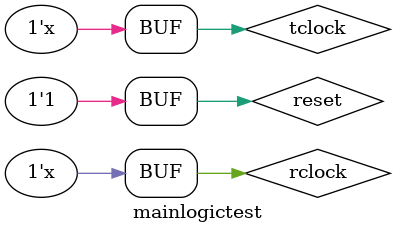
<source format=v>
`timescale 1ns / 1ps


module mainlogictest;
    parameter TCLK = 15,
              RCLK = 40;
	// Inputs
	reg reset;
	reg [31:0] datain;
	reg rclock;
	reg tclock;
	reg inrequest;
	

	// Outputs
	wire [31:0] dataout;
	wire incapable;
    wire outvalid;

	// Instantiate the Unit Under Test (UUT)
	mainlogic uut (
		.reset(reset), 
		.datain(datain), 
		.rclock(rclock), 
		.tclock(tclock), 
		.inrequest(inrequest), 
		.dataout(dataout), 
		.incapable(incapable), 
		.outvalid(outvalid)
	);

	initial begin
		// Initialize Inputs
		reset = 0;
		datain = 0;
		rclock = 0;
		tclock = 0;
		inrequest = 0;

		// Wait 100 ns for global reset to finish
		#100;
        reset = 1;
        #100
        inrequest = 1;
	end
    
    always begin
        #(RCLK/2) rclock = ~rclock;
    end
    
    always begin
        #(TCLK/2) tclock = ~tclock;  
    end
    
    always @(posedge incapable)
    begin
        #2 datain = datain+2;
        inrequest = 1'b1;
        #TCLK inrequest = 1'b0;
    end
    
      
endmodule


</source>
